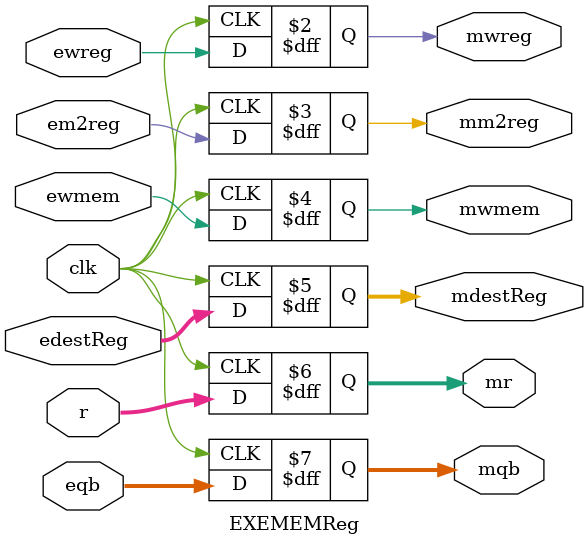
<source format=v>


module EXEMEMReg(
    input ewreg, // from ID/EXE Reg via Control Unit
    input em2reg, // from ID/EXE Reg via Control Unit
    input ewmem, // from ID/EXE Reg via Control Unit
    input [4:0] edestReg, // from ID/EXE Reg via Control Unit
    input [31:0] r, // from ALU output
    input [31:0] eqb, // from ID/EXE Reg via Reg_file
    input clk,
    
    output reg mwreg, // to MEM/WB Reg
    output reg mm2reg, // to MEM/WB Reg
    output reg mwmem, // to Memory Write Enable
    output reg [4:0] mdestReg, // to MEM/WB Reg
    output reg [31:0] mr, // to MEM/WB Reg / Data Mem Address
    output reg [31:0] mqb // to Data Mem 
    );
    
    always @(posedge clk)
    begin
        mwreg <= ewreg;
        mm2reg <= em2reg;
        mwmem <= ewmem;
        mdestReg <= edestReg;
        mr <= r;
        mqb <= eqb;
    end
endmodule




</source>
